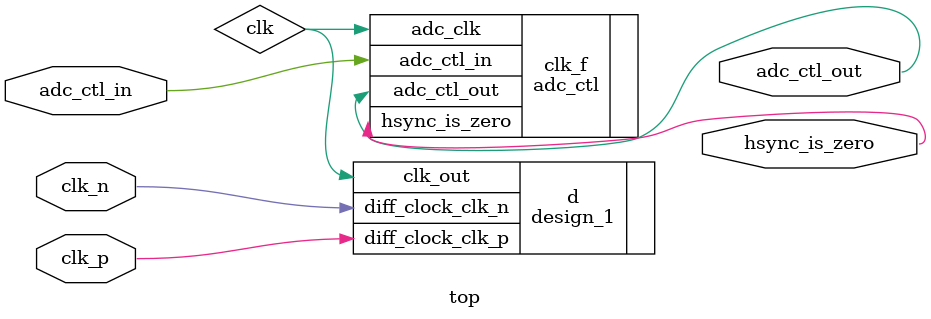
<source format=v>
`timescale 1ns / 1ps


module top(
    input adc_ctl_in,
    input clk_n,
    input clk_p,
    output adc_ctl_out,
    output hsync_is_zero
    );
    
    wire clk;
  
    adc_ctl clk_f (
        .adc_clk(clk),
        .adc_ctl_in(adc_ctl_in),
        .adc_ctl_out(adc_ctl_out),
        .hsync_is_zero(hsync_is_zero)
    );
    
    design_1 d (
        .clk_out(clk),
        .diff_clock_clk_n(clk_n),
        .diff_clock_clk_p(clk_p)
    );
endmodule

</source>
